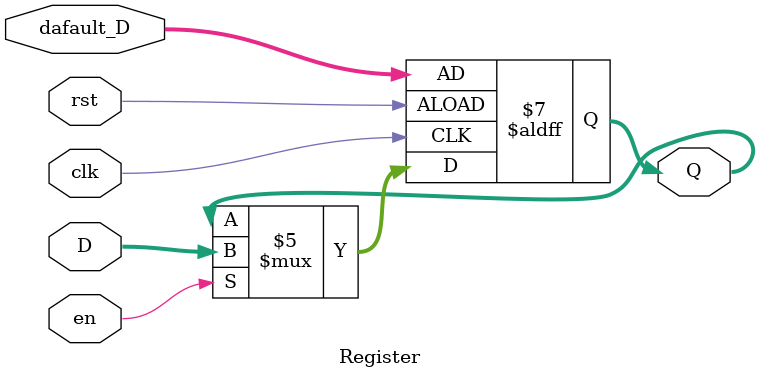
<source format=v>
module Register #(parameter DATA_WIDTH=32)(
  input [(DATA_WIDTH-1):0] D,
  input [(DATA_WIDTH-1):0] dafault_D,
  input rst,
  input en,
  input clk,
  output reg [(DATA_WIDTH-1):0]Q
);

always @ (posedge clk, posedge rst)
begin
  if(rst==1)begin
    Q<=dafault_D;
  end
  else if (en == 1) begin
    Q<=D;
  end
  else 
	 Q<=Q;
end
endmodule

</source>
